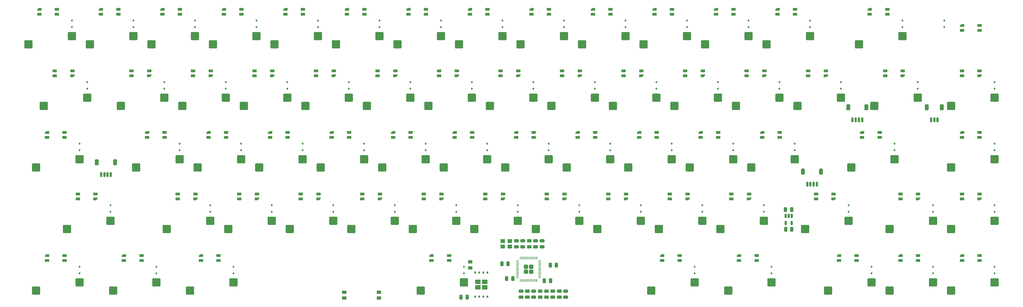
<source format=gbr>
%TF.GenerationSoftware,KiCad,Pcbnew,9.0.2*%
%TF.CreationDate,2025-06-21T23:14:43+02:00*%
%TF.ProjectId,MOD65,4d4f4436-352e-46b6-9963-61645f706362,2*%
%TF.SameCoordinates,Original*%
%TF.FileFunction,Paste,Bot*%
%TF.FilePolarity,Positive*%
%FSLAX46Y46*%
G04 Gerber Fmt 4.6, Leading zero omitted, Abs format (unit mm)*
G04 Created by KiCad (PCBNEW 9.0.2) date 2025-06-21 23:14:43*
%MOMM*%
%LPD*%
G01*
G04 APERTURE LIST*
G04 Aperture macros list*
%AMRoundRect*
0 Rectangle with rounded corners*
0 $1 Rounding radius*
0 $2 $3 $4 $5 $6 $7 $8 $9 X,Y pos of 4 corners*
0 Add a 4 corners polygon primitive as box body*
4,1,4,$2,$3,$4,$5,$6,$7,$8,$9,$2,$3,0*
0 Add four circle primitives for the rounded corners*
1,1,$1+$1,$2,$3*
1,1,$1+$1,$4,$5*
1,1,$1+$1,$6,$7*
1,1,$1+$1,$8,$9*
0 Add four rect primitives between the rounded corners*
20,1,$1+$1,$2,$3,$4,$5,0*
20,1,$1+$1,$4,$5,$6,$7,0*
20,1,$1+$1,$6,$7,$8,$9,0*
20,1,$1+$1,$8,$9,$2,$3,0*%
%AMFreePoly0*
4,1,18,-0.410000,0.593000,-0.403758,0.624380,-0.385983,0.650983,-0.359380,0.668758,-0.328000,0.675000,0.328000,0.675000,0.359380,0.668758,0.385983,0.650983,0.403758,0.624380,0.410000,0.593000,0.410000,-0.593000,0.403758,-0.624380,0.385983,-0.650983,0.359380,-0.668758,0.328000,-0.675000,0.000000,-0.675000,-0.410000,-0.265000,-0.410000,0.593000,-0.410000,0.593000,$1*%
G04 Aperture macros list end*
%ADD10RoundRect,0.112500X0.112500X-0.187500X0.112500X0.187500X-0.112500X0.187500X-0.112500X-0.187500X0*%
%ADD11RoundRect,0.082000X0.593000X-0.328000X0.593000X0.328000X-0.593000X0.328000X-0.593000X-0.328000X0*%
%ADD12FreePoly0,90.000000*%
%ADD13RoundRect,0.250000X0.450000X-0.262500X0.450000X0.262500X-0.450000X0.262500X-0.450000X-0.262500X0*%
%ADD14RoundRect,0.250000X-1.025000X-1.000000X1.025000X-1.000000X1.025000X1.000000X-1.025000X1.000000X0*%
%ADD15RoundRect,0.250000X-0.250000X-0.475000X0.250000X-0.475000X0.250000X0.475000X-0.250000X0.475000X0*%
%ADD16RoundRect,0.082000X-0.593000X0.328000X-0.593000X-0.328000X0.593000X-0.328000X0.593000X0.328000X0*%
%ADD17FreePoly0,270.000000*%
%ADD18RoundRect,0.250000X0.250000X0.475000X-0.250000X0.475000X-0.250000X-0.475000X0.250000X-0.475000X0*%
%ADD19RoundRect,0.250000X-0.615000X0.435000X-0.615000X-0.435000X0.615000X-0.435000X0.615000X0.435000X0*%
%ADD20RoundRect,0.125000X-0.125000X0.200000X-0.125000X-0.200000X0.125000X-0.200000X0.125000X0.200000X0*%
%ADD21RoundRect,0.250000X0.475000X-0.250000X0.475000X0.250000X-0.475000X0.250000X-0.475000X-0.250000X0*%
%ADD22RoundRect,0.250000X-0.475000X0.250000X-0.475000X-0.250000X0.475000X-0.250000X0.475000X0.250000X0*%
%ADD23RoundRect,0.150000X-0.150000X-0.625000X0.150000X-0.625000X0.150000X0.625000X-0.150000X0.625000X0*%
%ADD24RoundRect,0.250000X-0.350000X-0.650000X0.350000X-0.650000X0.350000X0.650000X-0.350000X0.650000X0*%
%ADD25RoundRect,0.150000X-0.150000X0.512500X-0.150000X-0.512500X0.150000X-0.512500X0.150000X0.512500X0*%
%ADD26R,1.400000X1.200000*%
%ADD27RoundRect,0.250000X-0.450000X0.262500X-0.450000X-0.262500X0.450000X-0.262500X0.450000X0.262500X0*%
%ADD28RoundRect,0.249999X-0.395001X-0.395001X0.395001X-0.395001X0.395001X0.395001X-0.395001X0.395001X0*%
%ADD29RoundRect,0.050000X-0.387500X-0.050000X0.387500X-0.050000X0.387500X0.050000X-0.387500X0.050000X0*%
%ADD30RoundRect,0.050000X-0.050000X-0.387500X0.050000X-0.387500X0.050000X0.387500X-0.050000X0.387500X0*%
G04 APERTURE END LIST*
D10*
%TO.C,D59*%
X47841250Y-114050000D03*
X47841250Y-111950000D03*
%TD*%
D11*
%TO.C,LED51*%
X173487500Y-89500000D03*
X173487500Y-91000000D03*
X178937500Y-89500000D03*
D12*
X178937500Y-91000000D03*
%TD*%
D11*
%TO.C,LED48*%
X116337500Y-89500000D03*
X116337500Y-91000000D03*
X121787500Y-89500000D03*
D12*
X121787500Y-91000000D03*
%TD*%
D13*
%TO.C,R1*%
X168800000Y-112312500D03*
X168800000Y-110487500D03*
%TD*%
D14*
%TO.C,SW39*%
X212147500Y-78740000D03*
X198697500Y-81280000D03*
%TD*%
D10*
%TO.C,D50*%
X164522500Y-95000000D03*
X164522500Y-92900000D03*
%TD*%
D14*
%TO.C,SW55*%
X259772500Y-97790000D03*
X246322500Y-100330000D03*
%TD*%
D10*
%TO.C,D26*%
X245485000Y-56900000D03*
X245485000Y-54800000D03*
%TD*%
D15*
%TO.C,C11*%
X178600000Y-111100000D03*
X180500000Y-111100000D03*
%TD*%
D14*
%TO.C,SW60*%
X71653750Y-116840000D03*
X58203750Y-119380000D03*
%TD*%
D11*
%TO.C,LED45*%
X47281250Y-89500000D03*
X47281250Y-91000000D03*
X52731250Y-89500000D03*
D12*
X52731250Y-91000000D03*
%TD*%
D14*
%TO.C,SW23*%
X188335000Y-59690000D03*
X174885000Y-62230000D03*
%TD*%
%TO.C,SW64*%
X262153750Y-116840000D03*
X248703750Y-119380000D03*
%TD*%
D16*
%TO.C,LED15*%
X326575000Y-38850000D03*
X326575000Y-37350000D03*
X321125000Y-38850000D03*
D17*
X321125000Y-37350000D03*
%TD*%
D10*
%TO.C,D13*%
X274060000Y-37850000D03*
X274060000Y-35750000D03*
%TD*%
D14*
%TO.C,SW37*%
X174047500Y-78740000D03*
X160597500Y-81280000D03*
%TD*%
D16*
%TO.C,LED65*%
X288475000Y-110050000D03*
X288475000Y-108550000D03*
X283025000Y-110050000D03*
D17*
X283025000Y-108550000D03*
%TD*%
D14*
%TO.C,SW44*%
X331210000Y-78740000D03*
X317760000Y-81280000D03*
%TD*%
D16*
%TO.C,LED31*%
X43206250Y-71950000D03*
X43206250Y-70450000D03*
X37756250Y-71950000D03*
D17*
X37756250Y-70450000D03*
%TD*%
D18*
%TO.C,C16*%
X268350000Y-94300000D03*
X266450000Y-94300000D03*
%TD*%
D16*
%TO.C,LED64*%
X257518750Y-110050000D03*
X257518750Y-108550000D03*
X252068750Y-110050000D03*
D17*
X252068750Y-108550000D03*
%TD*%
D16*
%TO.C,LED33*%
X93212500Y-71950000D03*
X93212500Y-70450000D03*
X87762500Y-71950000D03*
D17*
X87762500Y-70450000D03*
%TD*%
D10*
%TO.C,D31*%
X47841250Y-75950000D03*
X47841250Y-73850000D03*
%TD*%
%TO.C,D56*%
X285966250Y-95000000D03*
X285966250Y-92900000D03*
%TD*%
D11*
%TO.C,LED26*%
X235400000Y-51400000D03*
X235400000Y-52900000D03*
X240850000Y-51400000D03*
D12*
X240850000Y-52900000D03*
%TD*%
D11*
%TO.C,LED21*%
X140150000Y-51400000D03*
X140150000Y-52900000D03*
X145600000Y-51400000D03*
D12*
X145600000Y-52900000D03*
%TD*%
D16*
%TO.C,LED6*%
X136075000Y-33850000D03*
X136075000Y-32350000D03*
X130625000Y-33850000D03*
D17*
X130625000Y-32350000D03*
%TD*%
D16*
%TO.C,LED61*%
X90831250Y-110050000D03*
X90831250Y-108550000D03*
X85381250Y-110050000D03*
D17*
X85381250Y-108550000D03*
%TD*%
D10*
%TO.C,D57*%
X312160000Y-95000000D03*
X312160000Y-92900000D03*
%TD*%
%TO.C,D60*%
X71653750Y-114050000D03*
X71653750Y-111950000D03*
%TD*%
D16*
%TO.C,LED13*%
X269425000Y-33850000D03*
X269425000Y-32350000D03*
X263975000Y-33850000D03*
D17*
X263975000Y-32350000D03*
%TD*%
D10*
%TO.C,D34*%
X116897500Y-75950000D03*
X116897500Y-73850000D03*
%TD*%
D14*
%TO.C,SW6*%
X140710000Y-40640000D03*
X127260000Y-43180000D03*
%TD*%
D18*
%TO.C,C8*%
X193700000Y-116350000D03*
X191800000Y-116350000D03*
%TD*%
D10*
%TO.C,D53*%
X221672500Y-95000000D03*
X221672500Y-92900000D03*
%TD*%
D11*
%TO.C,LED30*%
X321125000Y-51400000D03*
X321125000Y-52900000D03*
X326575000Y-51400000D03*
D12*
X326575000Y-52900000D03*
%TD*%
D10*
%TO.C,D58*%
X331210000Y-95000000D03*
X331210000Y-92900000D03*
%TD*%
%TO.C,D51*%
X183572500Y-95000000D03*
X183572500Y-92900000D03*
%TD*%
D16*
%TO.C,LED62*%
X162268750Y-110050000D03*
X162268750Y-108550000D03*
X156818750Y-110050000D03*
D17*
X156818750Y-108550000D03*
%TD*%
D14*
%TO.C,SW16*%
X50222500Y-59690000D03*
X36772500Y-62230000D03*
%TD*%
D10*
%TO.C,D54*%
X240722500Y-95000000D03*
X240722500Y-92900000D03*
%TD*%
D14*
%TO.C,SW9*%
X197860000Y-40640000D03*
X184410000Y-43180000D03*
%TD*%
%TO.C,SW49*%
X145472500Y-97790000D03*
X132022500Y-100330000D03*
%TD*%
D19*
%TO.C,U1*%
X173325000Y-116650000D03*
X171175000Y-116650000D03*
X173325000Y-118350000D03*
X171175000Y-118350000D03*
D20*
X170345000Y-113750000D03*
X171615000Y-113750000D03*
X172885000Y-113750000D03*
X174155000Y-113750000D03*
X174155000Y-121250000D03*
X172885000Y-121250000D03*
X171615000Y-121250000D03*
X170345000Y-121250000D03*
%TD*%
D14*
%TO.C,SW36*%
X154997500Y-78740000D03*
X141547500Y-81280000D03*
%TD*%
D16*
%TO.C,LED60*%
X67018750Y-110050000D03*
X67018750Y-108550000D03*
X61568750Y-110050000D03*
D17*
X61568750Y-108550000D03*
%TD*%
D14*
%TO.C,SW54*%
X240722500Y-97790000D03*
X227272500Y-100330000D03*
%TD*%
D10*
%TO.C,D45*%
X57366250Y-95000000D03*
X57366250Y-92900000D03*
%TD*%
D16*
%TO.C,LED43*%
X295618750Y-71950000D03*
X295618750Y-70450000D03*
X290168750Y-71950000D03*
D17*
X290168750Y-70450000D03*
%TD*%
D11*
%TO.C,LED19*%
X102050000Y-51400000D03*
X102050000Y-52900000D03*
X107500000Y-51400000D03*
D12*
X107500000Y-52900000D03*
%TD*%
D16*
%TO.C,LED34*%
X112262500Y-71950000D03*
X112262500Y-70450000D03*
X106812500Y-71950000D03*
D17*
X106812500Y-70450000D03*
%TD*%
D14*
%TO.C,SW48*%
X126422500Y-97790000D03*
X112972500Y-100330000D03*
%TD*%
D15*
%TO.C,C17*%
X266490000Y-100400000D03*
X268390000Y-100400000D03*
%TD*%
D10*
%TO.C,D18*%
X93085000Y-56900000D03*
X93085000Y-54800000D03*
%TD*%
%TO.C,D16*%
X50222500Y-56900000D03*
X50222500Y-54800000D03*
%TD*%
%TO.C,D62*%
X166903750Y-114050000D03*
X166903750Y-111950000D03*
%TD*%
D14*
%TO.C,SW22*%
X169285000Y-59690000D03*
X155835000Y-62230000D03*
%TD*%
D16*
%TO.C,LED7*%
X155125000Y-33850000D03*
X155125000Y-32350000D03*
X149675000Y-33850000D03*
D17*
X149675000Y-32350000D03*
%TD*%
D14*
%TO.C,SW25*%
X226435000Y-59690000D03*
X212985000Y-62230000D03*
%TD*%
D10*
%TO.C,D42*%
X269297500Y-75950000D03*
X269297500Y-73850000D03*
%TD*%
D14*
%TO.C,SW42*%
X269297500Y-78740000D03*
X255847500Y-81280000D03*
%TD*%
%TO.C,SW3*%
X83560000Y-40640000D03*
X70110000Y-43180000D03*
%TD*%
D11*
%TO.C,LED28*%
X273500000Y-51400000D03*
X273500000Y-52900000D03*
X278950000Y-51400000D03*
D12*
X278950000Y-52900000D03*
%TD*%
D10*
%TO.C,D36*%
X154997500Y-75950000D03*
X154997500Y-73850000D03*
%TD*%
%TO.C,D40*%
X231197500Y-75950000D03*
X231197500Y-73850000D03*
%TD*%
D14*
%TO.C,SW32*%
X78797500Y-78740000D03*
X65347500Y-81280000D03*
%TD*%
D21*
%TO.C,C12*%
X194407135Y-121400000D03*
X194407135Y-119500000D03*
%TD*%
D13*
%TO.C,R3*%
X192435708Y-121362500D03*
X192435708Y-119537500D03*
%TD*%
D14*
%TO.C,SW28*%
X283585000Y-59690000D03*
X270135000Y-62230000D03*
%TD*%
%TO.C,SW62*%
X166903750Y-116840000D03*
X153453750Y-119380000D03*
%TD*%
%TO.C,SW2*%
X64510000Y-40640000D03*
X51060000Y-43180000D03*
%TD*%
D10*
%TO.C,D27*%
X264535000Y-56900000D03*
X264535000Y-54800000D03*
%TD*%
D14*
%TO.C,SW10*%
X216910000Y-40640000D03*
X203460000Y-43180000D03*
%TD*%
%TO.C,SW46*%
X88322500Y-97790000D03*
X74872500Y-100330000D03*
%TD*%
D16*
%TO.C,LED12*%
X250375000Y-33850000D03*
X250375000Y-32350000D03*
X244925000Y-33850000D03*
D17*
X244925000Y-32350000D03*
%TD*%
D21*
%TO.C,C6*%
X198349989Y-121400000D03*
X198349989Y-119500000D03*
%TD*%
D16*
%TO.C,LED41*%
X245612500Y-71950000D03*
X245612500Y-70450000D03*
X240162500Y-71950000D03*
D17*
X240162500Y-70450000D03*
%TD*%
D14*
%TO.C,SW31*%
X47841250Y-78740000D03*
X34391250Y-81280000D03*
%TD*%
%TO.C,SW14*%
X302635000Y-40640000D03*
X289185000Y-43180000D03*
%TD*%
%TO.C,SW13*%
X274060000Y-40640000D03*
X260610000Y-43180000D03*
%TD*%
D16*
%TO.C,LED42*%
X264662500Y-71950000D03*
X264662500Y-70450000D03*
X259212500Y-71950000D03*
D17*
X259212500Y-70450000D03*
%TD*%
D10*
%TO.C,D63*%
X238341250Y-114050000D03*
X238341250Y-111950000D03*
%TD*%
%TO.C,D64*%
X262153750Y-114050000D03*
X262153750Y-111950000D03*
%TD*%
D16*
%TO.C,LED67*%
X326575000Y-110050000D03*
X326575000Y-108550000D03*
X321125000Y-110050000D03*
D17*
X321125000Y-108550000D03*
%TD*%
D10*
%TO.C,D33*%
X97847500Y-75950000D03*
X97847500Y-73850000D03*
%TD*%
%TO.C,D11*%
X235960000Y-37850000D03*
X235960000Y-35750000D03*
%TD*%
%TO.C,D12*%
X255010000Y-37850000D03*
X255010000Y-35750000D03*
%TD*%
D22*
%TO.C,C2*%
X191050000Y-103950000D03*
X191050000Y-105850000D03*
%TD*%
D10*
%TO.C,D48*%
X126422500Y-95000000D03*
X126422500Y-92900000D03*
%TD*%
%TO.C,D67*%
X331210000Y-114050000D03*
X331210000Y-111950000D03*
%TD*%
%TO.C,D46*%
X88322500Y-95000000D03*
X88322500Y-92900000D03*
%TD*%
D23*
%TO.C,J3*%
X54500000Y-83500000D03*
X55500000Y-83500000D03*
X56500000Y-83500000D03*
X57500000Y-83500000D03*
D24*
X53200000Y-79625000D03*
X58800000Y-79625000D03*
%TD*%
D14*
%TO.C,SW33*%
X97847500Y-78740000D03*
X84397500Y-81280000D03*
%TD*%
%TO.C,SW1*%
X45460000Y-40640000D03*
X32010000Y-43180000D03*
%TD*%
D16*
%TO.C,LED37*%
X169412500Y-71950000D03*
X169412500Y-70450000D03*
X163962500Y-71950000D03*
D17*
X163962500Y-70450000D03*
%TD*%
D25*
%TO.C,U2*%
X266487500Y-96212500D03*
X267437500Y-96212500D03*
X268387500Y-96212500D03*
X268387500Y-98487500D03*
X266487500Y-98487500D03*
%TD*%
D10*
%TO.C,D23*%
X188335000Y-56900000D03*
X188335000Y-54800000D03*
%TD*%
D16*
%TO.C,LED38*%
X188462500Y-71950000D03*
X188462500Y-70450000D03*
X183012500Y-71950000D03*
D17*
X183012500Y-70450000D03*
%TD*%
D11*
%TO.C,LED54*%
X230637500Y-89500000D03*
X230637500Y-91000000D03*
X236087500Y-89500000D03*
D12*
X236087500Y-91000000D03*
%TD*%
D10*
%TO.C,D21*%
X150235000Y-56900000D03*
X150235000Y-54800000D03*
%TD*%
D21*
%TO.C,C13*%
X196378562Y-121400000D03*
X196378562Y-119500000D03*
%TD*%
D14*
%TO.C,SW29*%
X307397500Y-59690000D03*
X293947500Y-62230000D03*
%TD*%
D16*
%TO.C,LED2*%
X59875000Y-33850000D03*
X59875000Y-32350000D03*
X54425000Y-33850000D03*
D17*
X54425000Y-32350000D03*
%TD*%
D22*
%TO.C,C7*%
X189062500Y-103950000D03*
X189062500Y-105850000D03*
%TD*%
D14*
%TO.C,SW11*%
X235960000Y-40640000D03*
X222510000Y-43180000D03*
%TD*%
%TO.C,SW61*%
X95466250Y-116840000D03*
X82016250Y-119380000D03*
%TD*%
D10*
%TO.C,D61*%
X95466250Y-114050000D03*
X95466250Y-111950000D03*
%TD*%
D11*
%TO.C,LED46*%
X78237500Y-89500000D03*
X78237500Y-91000000D03*
X83687500Y-89500000D03*
D12*
X83687500Y-91000000D03*
%TD*%
D10*
%TO.C,D38*%
X193097500Y-75950000D03*
X193097500Y-73850000D03*
%TD*%
%TO.C,D30*%
X331210000Y-56900000D03*
X331210000Y-54800000D03*
%TD*%
D14*
%TO.C,SW58*%
X331210000Y-97790000D03*
X317760000Y-100330000D03*
%TD*%
%TO.C,SW65*%
X293110000Y-116840000D03*
X279660000Y-119380000D03*
%TD*%
D16*
%TO.C,LED3*%
X78925000Y-33850000D03*
X78925000Y-32350000D03*
X73475000Y-33850000D03*
D17*
X73475000Y-32350000D03*
%TD*%
D21*
%TO.C,C3*%
X184550000Y-121400000D03*
X184550000Y-119500000D03*
%TD*%
D11*
%TO.C,LED52*%
X192537500Y-89500000D03*
X192537500Y-91000000D03*
X197987500Y-89500000D03*
D12*
X197987500Y-91000000D03*
%TD*%
D11*
%TO.C,LED23*%
X178250000Y-51400000D03*
X178250000Y-52900000D03*
X183700000Y-51400000D03*
D12*
X183700000Y-52900000D03*
%TD*%
D16*
%TO.C,LED63*%
X233706250Y-110050000D03*
X233706250Y-108550000D03*
X228256250Y-110050000D03*
D17*
X228256250Y-108550000D03*
%TD*%
D10*
%TO.C,D35*%
X135947500Y-75950000D03*
X135947500Y-73850000D03*
%TD*%
D15*
%TO.C,C1*%
X165950000Y-121400000D03*
X167850000Y-121400000D03*
%TD*%
D14*
%TO.C,SW53*%
X221672500Y-97790000D03*
X208222500Y-100330000D03*
%TD*%
D11*
%TO.C,LED55*%
X249687500Y-89500000D03*
X249687500Y-91000000D03*
X255137500Y-89500000D03*
D12*
X255137500Y-91000000D03*
%TD*%
D14*
%TO.C,SW67*%
X331210000Y-116840000D03*
X317760000Y-119380000D03*
%TD*%
%TO.C,SW8*%
X178810000Y-40640000D03*
X165360000Y-43180000D03*
%TD*%
D11*
%TO.C,LED47*%
X97287500Y-89500000D03*
X97287500Y-91000000D03*
X102737500Y-89500000D03*
D12*
X102737500Y-91000000D03*
%TD*%
D14*
%TO.C,SW34*%
X116897500Y-78740000D03*
X103447500Y-81280000D03*
%TD*%
D10*
%TO.C,D17*%
X74035000Y-56900000D03*
X74035000Y-54800000D03*
%TD*%
D22*
%TO.C,C14*%
X185087500Y-103950000D03*
X185087500Y-105850000D03*
%TD*%
D10*
%TO.C,D37*%
X174047500Y-75950000D03*
X174047500Y-73850000D03*
%TD*%
%TO.C,D3*%
X83560000Y-37850000D03*
X83560000Y-35750000D03*
%TD*%
D16*
%TO.C,LED66*%
X307525000Y-110050000D03*
X307525000Y-108550000D03*
X302075000Y-110050000D03*
D17*
X302075000Y-108550000D03*
%TD*%
D14*
%TO.C,SW35*%
X135947500Y-78740000D03*
X122497500Y-81280000D03*
%TD*%
D16*
%TO.C,LED8*%
X174175000Y-33850000D03*
X174175000Y-32350000D03*
X168725000Y-33850000D03*
D17*
X168725000Y-32350000D03*
%TD*%
D10*
%TO.C,D65*%
X293110000Y-114050000D03*
X293110000Y-111950000D03*
%TD*%
D14*
%TO.C,SW40*%
X231197500Y-78740000D03*
X217747500Y-81280000D03*
%TD*%
D16*
%TO.C,LED11*%
X231325000Y-33850000D03*
X231325000Y-32350000D03*
X225875000Y-33850000D03*
D17*
X225875000Y-32350000D03*
%TD*%
D23*
%TO.C,J2*%
X287200000Y-66500000D03*
X288200000Y-66500000D03*
X289200000Y-66500000D03*
X290200000Y-66500000D03*
D24*
X285900000Y-62625000D03*
X291500000Y-62625000D03*
%TD*%
D10*
%TO.C,D4*%
X102610000Y-37850000D03*
X102610000Y-35750000D03*
%TD*%
D16*
%TO.C,LED36*%
X150362500Y-71950000D03*
X150362500Y-70450000D03*
X144912500Y-71950000D03*
D17*
X144912500Y-70450000D03*
%TD*%
D14*
%TO.C,SW43*%
X300253750Y-78740000D03*
X286803750Y-81280000D03*
%TD*%
D10*
%TO.C,D28*%
X283585000Y-56900000D03*
X283585000Y-54800000D03*
%TD*%
%TO.C,D8*%
X178810000Y-37850000D03*
X178810000Y-35750000D03*
%TD*%
D16*
%TO.C,LED40*%
X226562500Y-71950000D03*
X226562500Y-70450000D03*
X221112500Y-71950000D03*
D17*
X221112500Y-70450000D03*
%TD*%
D15*
%TO.C,C10*%
X180100000Y-115600000D03*
X182000000Y-115600000D03*
%TD*%
D14*
%TO.C,SW63*%
X238341250Y-116840000D03*
X224891250Y-119380000D03*
%TD*%
D11*
%TO.C,LED50*%
X154437500Y-89500000D03*
X154437500Y-91000000D03*
X159887500Y-89500000D03*
D12*
X159887500Y-91000000D03*
%TD*%
D10*
%TO.C,D52*%
X202622500Y-95000000D03*
X202622500Y-92900000D03*
%TD*%
%TO.C,D32*%
X78797500Y-75950000D03*
X78797500Y-73850000D03*
%TD*%
D26*
%TO.C,Y1*%
X181100000Y-105750000D03*
X178900000Y-105750000D03*
X178900000Y-104050000D03*
X181100000Y-104050000D03*
%TD*%
D21*
%TO.C,C9*%
X188492854Y-121400000D03*
X188492854Y-119500000D03*
%TD*%
D14*
%TO.C,SW4*%
X102610000Y-40640000D03*
X89160000Y-43180000D03*
%TD*%
%TO.C,SW57*%
X312160000Y-97790000D03*
X298710000Y-100330000D03*
%TD*%
D11*
%TO.C,LED22*%
X159200000Y-51400000D03*
X159200000Y-52900000D03*
X164650000Y-51400000D03*
D12*
X164650000Y-52900000D03*
%TD*%
D11*
%TO.C,LED24*%
X197300000Y-51400000D03*
X197300000Y-52900000D03*
X202750000Y-51400000D03*
D12*
X202750000Y-52900000D03*
%TD*%
D16*
%TO.C,LED5*%
X117025000Y-33850000D03*
X117025000Y-32350000D03*
X111575000Y-33850000D03*
D17*
X111575000Y-32350000D03*
%TD*%
D14*
%TO.C,SW24*%
X207385000Y-59690000D03*
X193935000Y-62230000D03*
%TD*%
D10*
%TO.C,D10*%
X216910000Y-37850000D03*
X216910000Y-35750000D03*
%TD*%
D14*
%TO.C,SW56*%
X285966250Y-97790000D03*
X272516250Y-100330000D03*
%TD*%
D21*
%TO.C,C5*%
X186521427Y-121400000D03*
X186521427Y-119500000D03*
%TD*%
D11*
%TO.C,LED58*%
X321125000Y-89500000D03*
X321125000Y-91000000D03*
X326575000Y-89500000D03*
D12*
X326575000Y-91000000D03*
%TD*%
D16*
%TO.C,LED1*%
X40825000Y-33850000D03*
X40825000Y-32350000D03*
X35375000Y-33850000D03*
D17*
X35375000Y-32350000D03*
%TD*%
D10*
%TO.C,D1*%
X45460000Y-37850000D03*
X45460000Y-35750000D03*
%TD*%
D27*
%TO.C,R6*%
X187075000Y-103987500D03*
X187075000Y-105812500D03*
%TD*%
D10*
%TO.C,D20*%
X131185000Y-56900000D03*
X131185000Y-54800000D03*
%TD*%
D14*
%TO.C,SW51*%
X183572500Y-97790000D03*
X170122500Y-100330000D03*
%TD*%
D16*
%TO.C,LED4*%
X97975000Y-33850000D03*
X97975000Y-32350000D03*
X92525000Y-33850000D03*
D17*
X92525000Y-32350000D03*
%TD*%
D11*
%TO.C,LED27*%
X254450000Y-51400000D03*
X254450000Y-52900000D03*
X259900000Y-51400000D03*
D12*
X259900000Y-52900000D03*
%TD*%
D16*
%TO.C,LED39*%
X207512500Y-71950000D03*
X207512500Y-70450000D03*
X202062500Y-71950000D03*
D17*
X202062500Y-70450000D03*
%TD*%
D14*
%TO.C,SW59*%
X47841250Y-116840000D03*
X34391250Y-119380000D03*
%TD*%
D11*
%TO.C,LED56*%
X275881250Y-89500000D03*
X275881250Y-91000000D03*
X281331250Y-89500000D03*
D12*
X281331250Y-91000000D03*
%TD*%
D13*
%TO.C,R2*%
X190464281Y-121362500D03*
X190464281Y-119537500D03*
%TD*%
D10*
%TO.C,D43*%
X300253750Y-75950000D03*
X300253750Y-73850000D03*
%TD*%
D21*
%TO.C,C15*%
X183100000Y-105850000D03*
X183100000Y-103950000D03*
%TD*%
D16*
%TO.C,LED32*%
X74162500Y-71950000D03*
X74162500Y-70450000D03*
X68712500Y-71950000D03*
D17*
X68712500Y-70450000D03*
%TD*%
D14*
%TO.C,SW30*%
X331210000Y-59690000D03*
X317760000Y-62230000D03*
%TD*%
D16*
%TO.C,LED10*%
X212275000Y-33850000D03*
X212275000Y-32350000D03*
X206825000Y-33850000D03*
D17*
X206825000Y-32350000D03*
%TD*%
D16*
%TO.C,LED59*%
X43206250Y-110050000D03*
X43206250Y-108550000D03*
X37756250Y-110050000D03*
D17*
X37756250Y-108550000D03*
%TD*%
D10*
%TO.C,D22*%
X169285000Y-56900000D03*
X169285000Y-54800000D03*
%TD*%
%TO.C,D9*%
X197860000Y-37850000D03*
X197860000Y-35750000D03*
%TD*%
D16*
%TO.C,LED35*%
X131312500Y-71950000D03*
X131312500Y-70450000D03*
X125862500Y-71950000D03*
D17*
X125862500Y-70450000D03*
%TD*%
D10*
%TO.C,D29*%
X307397500Y-56900000D03*
X307397500Y-54800000D03*
%TD*%
D16*
%TO.C,LED9*%
X193225000Y-33850000D03*
X193225000Y-32350000D03*
X187775000Y-33850000D03*
D17*
X187775000Y-32350000D03*
%TD*%
D11*
%TO.C,LED17*%
X63950000Y-51400000D03*
X63950000Y-52900000D03*
X69400000Y-51400000D03*
D12*
X69400000Y-52900000D03*
%TD*%
D18*
%TO.C,C4*%
X195500000Y-111500000D03*
X193600000Y-111500000D03*
%TD*%
D14*
%TO.C,SW47*%
X107372500Y-97790000D03*
X93922500Y-100330000D03*
%TD*%
%TO.C,SW7*%
X159760000Y-40640000D03*
X146310000Y-43180000D03*
%TD*%
%TO.C,SW38*%
X193097500Y-78740000D03*
X179647500Y-81280000D03*
%TD*%
D10*
%TO.C,D55*%
X259772500Y-95000000D03*
X259772500Y-92900000D03*
%TD*%
%TO.C,D25*%
X226435000Y-56900000D03*
X226435000Y-54800000D03*
%TD*%
%TO.C,D14*%
X302635000Y-37850000D03*
X302635000Y-35750000D03*
%TD*%
D23*
%TO.C,J1*%
X273175000Y-86400000D03*
X274175000Y-86400000D03*
X275175000Y-86400000D03*
X276175000Y-86400000D03*
D24*
X271875000Y-82525000D03*
X277475000Y-82525000D03*
%TD*%
D10*
%TO.C,D66*%
X312160000Y-114050000D03*
X312160000Y-111950000D03*
%TD*%
%TO.C,D44*%
X331210000Y-75950000D03*
X331210000Y-73850000D03*
%TD*%
%TO.C,D49*%
X145472500Y-95000000D03*
X145472500Y-92900000D03*
%TD*%
D14*
%TO.C,SW27*%
X264535000Y-59690000D03*
X251085000Y-62230000D03*
%TD*%
%TO.C,SW18*%
X93085000Y-59690000D03*
X79635000Y-62230000D03*
%TD*%
D10*
%TO.C,D41*%
X250247500Y-75950000D03*
X250247500Y-73850000D03*
%TD*%
D14*
%TO.C,SW12*%
X255010000Y-40640000D03*
X241560000Y-43180000D03*
%TD*%
%TO.C,SW20*%
X131185000Y-59690000D03*
X117735000Y-62230000D03*
%TD*%
D27*
%TO.C,R4*%
X129800000Y-119837500D03*
X129800000Y-121662500D03*
%TD*%
D11*
%TO.C,LED20*%
X121100000Y-51400000D03*
X121100000Y-52900000D03*
X126550000Y-51400000D03*
D12*
X126550000Y-52900000D03*
%TD*%
D14*
%TO.C,SW5*%
X121660000Y-40640000D03*
X108210000Y-43180000D03*
%TD*%
D10*
%TO.C,D6*%
X140710000Y-37850000D03*
X140710000Y-35750000D03*
%TD*%
D11*
%TO.C,LED16*%
X40137500Y-51400000D03*
X40137500Y-52900000D03*
X45587500Y-51400000D03*
D12*
X45587500Y-52900000D03*
%TD*%
D11*
%TO.C,LED25*%
X216350000Y-51400000D03*
X216350000Y-52900000D03*
X221800000Y-51400000D03*
D12*
X221800000Y-52900000D03*
%TD*%
D14*
%TO.C,SW26*%
X245485000Y-59690000D03*
X232035000Y-62230000D03*
%TD*%
D10*
%TO.C,D5*%
X121660000Y-37850000D03*
X121660000Y-35750000D03*
%TD*%
%TO.C,D47*%
X107372500Y-95000000D03*
X107372500Y-92900000D03*
%TD*%
D11*
%TO.C,LED49*%
X135387500Y-89500000D03*
X135387500Y-91000000D03*
X140837500Y-89500000D03*
D12*
X140837500Y-91000000D03*
%TD*%
D14*
%TO.C,SW66*%
X312160000Y-116840000D03*
X298710000Y-119380000D03*
%TD*%
D28*
%TO.C,U3*%
X186100000Y-111950000D03*
X186100000Y-113550000D03*
X187700000Y-111950000D03*
X187700000Y-113550000D03*
D29*
X183462500Y-115350000D03*
X183462500Y-114950000D03*
X183462500Y-114550000D03*
X183462500Y-114150000D03*
X183462500Y-113750000D03*
X183462500Y-113350000D03*
X183462500Y-112950000D03*
X183462500Y-112550000D03*
X183462500Y-112150000D03*
X183462500Y-111750000D03*
X183462500Y-111350000D03*
X183462500Y-110950000D03*
X183462500Y-110550000D03*
X183462500Y-110150000D03*
D30*
X184300000Y-109312500D03*
X184700000Y-109312500D03*
X185100000Y-109312500D03*
X185500000Y-109312500D03*
X185900000Y-109312500D03*
X186300000Y-109312500D03*
X186700000Y-109312500D03*
X187100000Y-109312500D03*
X187500000Y-109312500D03*
X187900000Y-109312500D03*
X188300000Y-109312500D03*
X188700000Y-109312500D03*
X189100000Y-109312500D03*
X189500000Y-109312500D03*
D29*
X190337500Y-110150000D03*
X190337500Y-110550000D03*
X190337500Y-110950000D03*
X190337500Y-111350000D03*
X190337500Y-111750000D03*
X190337500Y-112150000D03*
X190337500Y-112550000D03*
X190337500Y-112950000D03*
X190337500Y-113350000D03*
X190337500Y-113750000D03*
X190337500Y-114150000D03*
X190337500Y-114550000D03*
X190337500Y-114950000D03*
X190337500Y-115350000D03*
D30*
X189500000Y-116187500D03*
X189100000Y-116187500D03*
X188700000Y-116187500D03*
X188300000Y-116187500D03*
X187900000Y-116187500D03*
X187500000Y-116187500D03*
X187100000Y-116187500D03*
X186700000Y-116187500D03*
X186300000Y-116187500D03*
X185900000Y-116187500D03*
X185500000Y-116187500D03*
X185100000Y-116187500D03*
X184700000Y-116187500D03*
X184300000Y-116187500D03*
%TD*%
D11*
%TO.C,LED53*%
X211587500Y-89500000D03*
X211587500Y-91000000D03*
X217037500Y-89500000D03*
D12*
X217037500Y-91000000D03*
%TD*%
D14*
%TO.C,SW41*%
X250247500Y-78740000D03*
X236797500Y-81280000D03*
%TD*%
%TO.C,SW21*%
X150235000Y-59690000D03*
X136785000Y-62230000D03*
%TD*%
%TO.C,SW50*%
X164522500Y-97790000D03*
X151072500Y-100330000D03*
%TD*%
D27*
%TO.C,R5*%
X140500000Y-119837500D03*
X140500000Y-121662500D03*
%TD*%
D14*
%TO.C,SW52*%
X202622500Y-97790000D03*
X189172500Y-100330000D03*
%TD*%
D10*
%TO.C,D7*%
X159760000Y-37850000D03*
X159760000Y-35750000D03*
%TD*%
D16*
%TO.C,LED44*%
X326575000Y-71950000D03*
X326575000Y-70450000D03*
X321125000Y-71950000D03*
D17*
X321125000Y-70450000D03*
%TD*%
D11*
%TO.C,LED29*%
X297312500Y-51400000D03*
X297312500Y-52900000D03*
X302762500Y-51400000D03*
D12*
X302762500Y-52900000D03*
%TD*%
D11*
%TO.C,LED57*%
X302075000Y-89500000D03*
X302075000Y-91000000D03*
X307525000Y-89500000D03*
D12*
X307525000Y-91000000D03*
%TD*%
D14*
%TO.C,SW45*%
X57366250Y-97790000D03*
X43916250Y-100330000D03*
%TD*%
D10*
%TO.C,D15*%
X315600000Y-37850000D03*
X315600000Y-35750000D03*
%TD*%
D16*
%TO.C,LED14*%
X298000000Y-33850000D03*
X298000000Y-32350000D03*
X292550000Y-33850000D03*
D17*
X292550000Y-32350000D03*
%TD*%
D10*
%TO.C,D24*%
X207385000Y-56900000D03*
X207385000Y-54800000D03*
%TD*%
D23*
%TO.C,J4*%
X311550000Y-66500000D03*
X312550000Y-66500000D03*
X313550000Y-66500000D03*
D24*
X310250000Y-62625000D03*
X314850000Y-62625000D03*
%TD*%
D11*
%TO.C,LED18*%
X83000000Y-51400000D03*
X83000000Y-52900000D03*
X88450000Y-51400000D03*
D12*
X88450000Y-52900000D03*
%TD*%
D10*
%TO.C,D19*%
X112135000Y-56900000D03*
X112135000Y-54800000D03*
%TD*%
%TO.C,D2*%
X64510000Y-37850000D03*
X64510000Y-35750000D03*
%TD*%
D14*
%TO.C,SW19*%
X112135000Y-59690000D03*
X98685000Y-62230000D03*
%TD*%
%TO.C,SW17*%
X74035000Y-59690000D03*
X60585000Y-62230000D03*
%TD*%
D10*
%TO.C,D39*%
X212147500Y-75950000D03*
X212147500Y-73850000D03*
%TD*%
M02*

</source>
